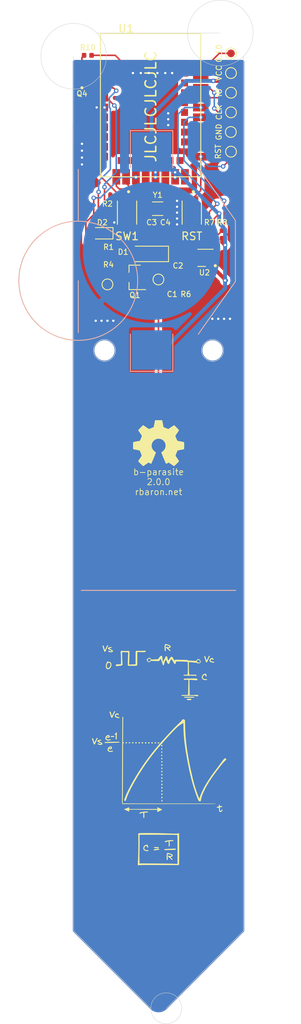
<source format=kicad_pcb>
(kicad_pcb (version 20171130) (host pcbnew "(5.1.4-0-10_14)")
  (title_block (title "b-parasite") (date "2023-03-19") (rev "2.0.0") (company "rbaron.net"))
  (layers (0 F.Cu signal) (31 B.Cu signal hide) (34 B.Paste user) (35 F.Paste user) (36 B.SilkS user) (37 F.SilkS user) (38 B.Mask user) (39 F.Mask user) (44 Edge.Cuts user))
  (net 0 "")
  (net 1 "GND")
  (net 2 "SENS_OUT")
  (net 3 "Net-(U1B-P0.00{slash}XL1)")
  (net 4 "Net-(U1B-P0.01{slash}XL2)")
  (net 5 "Net-(D2-A)")
  (net 6 "+3V0")
  (net 7 "CPARA")
  (net 8 "Net-(Q1-B)")
  (net 9 "PHOTO_V")
  (net 10 "PHOTO_OUT")
  (net 11 "PWM")
  (net 12 "LED")
  (net 13 "SDA")
  (net 14 "SCL")
  (net 15 "RST")
  (net 16 "BTN1")
  (net 17 "SWDIO")
  (net 18 "SWDCLK")
  (net 28 "0.10")
  (module "Capacitor_SMD:C_0402_1005Metric" (layer "F.Cu") (at 69.762 59.069 -90)
    (fp_text reference "C1" (at 1.674 0) (layer "F.SilkS") (effects (font (size 0.7 0.7) (thickness 0.12))))
    (fp_text value "1n")
    (pad "1" smd roundrect (at -0.485 0 270) (size 0.59 0.64) (layers "F.Cu" "F.Paste" "F.Mask") (net 2 "SENS_OUT"))
    (pad "2" smd roundrect (at 0.485 0 270) (size 0.59 0.64) (layers "F.Cu" "F.Paste" "F.Mask") (net 1 "GND"))
  )
  (module "Resistor_SMD:R_0402_1005Metric" (layer "F.Cu") (at 71.54 59.069 -90)
    (fp_text reference "R6" (at 1.674 0) (layer "F.SilkS") (effects (font (size 0.7 0.7) (thickness 0.12))))
    (fp_text value "1M")
    (pad "1" smd roundrect (at -0.485 0 270) (size 0.59 0.64) (layers "F.Cu" "F.Paste" "F.Mask") (net 2 "SENS_OUT"))
    (pad "2" smd roundrect (at 0.485 0 270) (size 0.59 0.64) (layers "F.Cu" "F.Paste" "F.Mask") (net 1 "GND"))
  )
  (module "Resistor_SMD:R_0402_1005Metric" (layer "F.Cu") (at 61.53 57.822 180)
    (fp_text reference "R4" (at 0.015 0.9) (layer "F.SilkS") (effects (font (size 0.7 0.7) (thickness 0.12))))
    (fp_text value "10k")
    (pad "1" smd roundrect (at -0.485 0 180) (size 0.59 0.64) (layers "F.Cu" "F.Paste" "F.Mask") (net 8 "Net-(Q1-B)"))
    (pad "2" smd roundrect (at 0.485 0 180) (size 0.59 0.64) (layers "F.Cu" "F.Paste" "F.Mask") (net 11 "PWM"))
  )
  (module "Package_TO_SOT_SMD:SOT-23" (layer "F.Cu") (at 64.936 58.568 180)
    (fp_text reference "Q1" (at 0 -2.302 180) (layer "F.SilkS") (effects (font (size 0.7 0.7) (thickness 0.12))))
    (fp_text value "MMBT3906")
    (pad "1" smd rect (at -1 -0.95 180) (size 0.9 0.8) (layers "F.Cu" "F.Paste" "F.Mask") (net 8 "Net-(Q1-B)"))
    (pad "2" smd rect (at -1 0.95 180) (size 0.9 0.8) (layers "F.Cu" "F.Paste" "F.Mask") (net 7 "CPARA"))
    (pad "3" smd rect (at 1 0 180) (size 0.9 0.8) (layers "F.Cu" "F.Paste" "F.Mask") (net 1 "GND"))
  )
  (module "Resistor_SMD:R_0402_1005Metric" (layer "F.Cu") (at 61.53 55.663)
    (fp_text reference "R1" (at 0 -1.016) (layer "F.SilkS") (effects (font (size 0.7 0.7) (thickness 0.12))))
    (fp_text value "10k")
    (pad "1" smd roundrect (at -0.485 0) (size 0.59 0.64) (layers "F.Cu" "F.Paste" "F.Mask") (net 11 "PWM"))
    (pad "2" smd roundrect (at 0.485 0) (size 0.59 0.64) (layers "F.Cu" "F.Paste" "F.Mask") (net 7 "CPARA"))
  )
  (module "TestPoint:TestPoint_Pad_D1.0mm" (layer "F.Cu") (at 77.382 34.708 -90)
    (fp_text reference "TP1" hide)
    (fp_text value "IO" (at 0 1.55 90) (layer "F.SilkS") (effects (font (size 0.7 0.7) (thickness 0.12))))
    (pad "1" smd circle (at 0 0 270) (size 1 1) (layers "F.Cu" "F.Mask") (net 17 "SWDIO"))
  )
  (module "TestPoint:TestPoint_Pad_D1.0mm" (layer "F.Cu") (at 77.382 37.248 -90)
    (fp_text reference "TP2" hide)
    (fp_text value "CLK" (at 0 1.55 90) (layer "F.SilkS") (effects (font (size 0.7 0.7) (thickness 0.12))))
    (pad "1" smd circle (at 0 0 270) (size 1 1) (layers "F.Cu" "F.Mask") (net 18 "SWDCLK"))
  )
  (module "TestPoint:TestPoint_Pad_D1.0mm" (layer "F.Cu") (at 67.984 58.838 180)
    (fp_text reference "TP5" hide)
    (fp_text value "CPARA" hide)
    (pad "1" smd circle (at 0 0 180) (size 1 1) (layers "F.Cu" "F.Mask") (net 7 "CPARA"))
  )
  (module "TestPoint:TestPoint_Pad_D1.0mm" (layer "F.Cu") (at 61.38 59.473 180)
    (fp_text reference "TP6" hide)
    (fp_text value "PWM" hide)
    (pad "1" smd circle (at 0 0 180) (size 1 1) (layers "F.Cu" "F.Mask") (net 11 "PWM"))
  )
  (module "Resistor_SMD:R_0402_1005Metric" (layer "F.Cu") (at 61.38 50.202 180)
    (fp_text reference "R2" (at 0 1.143 180) (layer "F.SilkS") (effects (font (size 0.7 0.7) (thickness 0.12))))
    (fp_text value "1k" hide)
    (pad "1" smd roundrect (at -0.485 0 180) (size 0.59 0.64) (layers "F.Cu" "F.Paste" "F.Mask") (net 5 "Net-(D2-A)"))
    (pad "2" smd roundrect (at 0.485 0 180) (size 0.59 0.64) (layers "F.Cu" "F.Paste" "F.Mask") (net 12 "LED"))
  )
  (module "Capacitor_SMD:C_0402_1005Metric" (layer "F.Cu") (at 70.524 55.432 90)
    (fp_text reference "C2" (at -1.628 0) (layer "F.SilkS") (effects (font (size 0.7 0.7) (thickness 0.12))))
    (fp_text value "100n")
    (pad "1" smd roundrect (at -0.485 0 90) (size 0.59 0.64) (layers "F.Cu" "F.Paste" "F.Mask") (net 6 "+3V0"))
    (pad "2" smd roundrect (at 0.485 0 90) (size 0.59 0.64) (layers "F.Cu" "F.Paste" "F.Mask") (net 1 "GND"))
  )
  (module "Crystal:Crystal_SMD_3215-2Pin_3.2x1.5mm" (layer "F.Cu") (at 67.8885 49.694)
    (fp_text reference "Y1" (at 0 -1.778) (layer "F.SilkS") (effects (font (size 0.7 0.7) (thickness 0.12))))
    (fp_text value "32.768kHz")
    (pad "1" smd rect (at 1.25 0) (size 1 1.8) (layers "F.Cu" "F.Paste" "F.Mask") (net 4 "Net-(U1B-P0.01{slash}XL2)"))
    (pad "2" smd rect (at -1.25 0) (size 1 1.8) (layers "F.Cu" "F.Paste" "F.Mask") (net 3 "Net-(U1B-P0.00{slash}XL1)"))
  )
  (module "LED_SMD:LED_0603_1608Metric" (layer "F.Cu") (at 60.618 52.869 180)
    (fp_text reference "D2" (at -0.1015 1.397 180) (layer "F.SilkS") (effects (font (size 0.7 0.7) (thickness 0.12))))
    (fp_text value "LED")
    (pad "1" smd roundrect (at -0.7875 0 180) (size 0.875 0.95) (layers "F.Cu" "F.Paste" "F.Mask") (net 1 "GND"))
    (pad "2" smd roundrect (at 0.7875 0 180) (size 0.875 0.95) (layers "F.Cu" "F.Paste" "F.Mask") (net 5 "Net-(D2-A)"))
  )
  (module "Capacitor_SMD:C_0402_1005Metric" (layer "F.Cu") (at 68.8845 53.019 -90)
    (fp_text reference "C4" (at -1.547 0) (layer "F.SilkS") (effects (font (size 0.7 0.7) (thickness 0.12))))
    (fp_text value "12p")
    (pad "1" smd roundrect (at -0.485 0 270) (size 0.59 0.64) (layers "F.Cu" "F.Paste" "F.Mask") (net 4 "Net-(U1B-P0.01{slash}XL2)"))
    (pad "2" smd roundrect (at 0.485 0 270) (size 0.59 0.64) (layers "F.Cu" "F.Paste" "F.Mask") (net 1 "GND"))
  )
  (module "Capacitor_SMD:C_0402_1005Metric" (layer "F.Cu") (at 67.1065 52.996 90)
    (fp_text reference "C3" (at 1.524 0) (layer "F.SilkS") (effects (font (size 0.7 0.7) (thickness 0.12))))
    (fp_text value "12p")
    (pad "1" smd roundrect (at -0.485 0 90) (size 0.59 0.64) (layers "F.Cu" "F.Paste" "F.Mask") (net 1 "GND"))
    (pad "2" smd roundrect (at 0.485 0 90) (size 0.59 0.64) (layers "F.Cu" "F.Paste" "F.Mask") (net 3 "Net-(U1B-P0.00{slash}XL1)"))
  )
  (module "Resistor_SMD:R_0402_1005Metric" (layer "F.Cu") (at 74.588 53.019 -90)
    (fp_text reference "R7" (at -1.547 0) (layer "F.SilkS") (effects (font (size 0.7 0.7) (thickness 0.12))))
    (fp_text value "10k")
    (pad "1" smd roundrect (at -0.485 0 270) (size 0.59 0.64) (layers "F.Cu" "F.Paste" "F.Mask") (net 13 "SDA"))
    (pad "2" smd roundrect (at 0.485 0 270) (size 0.59 0.64) (layers "F.Cu" "F.Paste" "F.Mask") (net 6 "+3V0"))
  )
  (module "Resistor_SMD:R_0402_1005Metric" (layer "F.Cu") (at 76.239 53.019 90)
    (fp_text reference "R8" (at 1.547 0) (layer "F.SilkS") (effects (font (size 0.7 0.7) (thickness 0.12))))
    (fp_text value "10k")
    (pad "1" smd roundrect (at -0.485 0 90) (size 0.59 0.64) (layers "F.Cu" "F.Paste" "F.Mask") (net 6 "+3V0"))
    (pad "2" smd roundrect (at 0.485 0 90) (size 0.59 0.64) (layers "F.Cu" "F.Paste" "F.Mask") (net 14 "SCL"))
  )
  (module "kicad:Sensirion_DFN-4-1EP_2x2mm_P1mm_EP0.7x1.6mm" (layer "F.Cu") (at 74.08 56.044 180)
    (fp_text reference "U2" (at 0.127 -1.905) (layer "F.SilkS") (effects (font (size 0.7 0.7) (thickness 0.12))))
    (fp_text value "SHTC3")
    (pad "1" smd roundrect (at -0.925 -0.5 180) (size 0.55 0.35) (layers "F.Cu" "F.Mask") (net 6 "+3V0"))
    (pad "2" smd roundrect (at -0.925 0.5 180) (size 0.55 0.35) (layers "F.Cu" "F.Mask") (net 14 "SCL"))
    (pad "3" smd roundrect (at 0.925 0.5 180) (size 0.55 0.35) (layers "F.Cu" "F.Mask") (net 13 "SDA"))
    (pad "4" smd roundrect (at 0.925 -0.5 180) (size 0.55 0.35) (layers "F.Cu" "F.Mask") (net 1 "GND"))
    (pad "5" smd roundrect (at 0 0 180) (size 0.7 1.6) (layers "F.Cu" "F.Mask"))
  )
  (module "Diode_SMD:D_MiniMELF" (layer "F.Cu") (at 66.742 55.536 180)
    (fp_text reference "D1" (at 3.33 0.254 180) (layer "F.SilkS") (effects (font (size 0.7 0.7) (thickness 0.12))))
    (fp_text value "LL4148")
    (pad "1" smd rect (at -1.75 0 180) (size 1.3 1.7) (layers "F.Cu" "F.Paste" "F.Mask") (net 2 "SENS_OUT"))
    (pad "2" smd rect (at 1.75 0 180) (size 1.3 1.7) (layers "F.Cu" "F.Paste" "F.Mask") (net 7 "CPARA"))
  )
  (module "Symbol:OSHW-Symbol_6.7x6mm_SilkScreen" (layer "F.Cu") (at 68 80)
    (fp_text reference "REF**" hide)
    (fp_text value "OSHW-Symbol_6.7x6mm_SilkScreen" hide)
  )
  (module "TestPoint:TestPoint_Pad_D1.0mm" (layer "F.Cu") (at 77.382 42.328 -90)
    (fp_text reference "TP4" hide)
    (fp_text value "RST" (at 0 1.66 90) (layer "F.SilkS") (effects (font (size 0.7 0.7) (thickness 0.12))))
    (pad "1" smd circle (at 0 0 270) (size 1 1) (layers "F.Cu" "F.Mask") (net 15 "RST"))
  )
  (module "snapeda:E73-2G4M08S1C" (layer "F.Cu") (at 66.968 36.57255)
    (fp_text reference "U1" (at -3.175 -10.16) (layer "F.SilkS"))
    (fp_text value "E73-2G4M08S1C")
    (pad "1" smd rect (at -6.5 -5.03) (size 2 1) (layers "F.Cu" "F.Paste" "F.Mask"))
    (pad "2" smd rect (at -6.5 -3.76) (size 2 1) (layers "F.Cu" "F.Paste" "F.Mask"))
    (pad "3" smd rect (at -6.5 -2.49) (size 2 1) (layers "F.Cu" "F.Paste" "F.Mask") (net 2 "SENS_OUT"))
    (pad "4" smd rect (at -6.5 -1.22) (size 2 1) (layers "F.Cu" "F.Paste" "F.Mask") (net 12 "LED"))
    (pad "5" smd rect (at -6.5 0.05) (size 2 1) (layers "F.Cu" "F.Paste" "F.Mask") (net 1 "GND"))
    (pad "6" smd rect (at -6.5 1.32) (size 2 1) (layers "F.Cu" "F.Paste" "F.Mask"))
    (pad "7" smd rect (at -6.5 2.59) (size 2 1) (layers "F.Cu" "F.Paste" "F.Mask") (net 10 "PHOTO_OUT"))
    (pad "8" smd rect (at -6.5 3.86) (size 2 1) (layers "F.Cu" "F.Paste" "F.Mask") (net 9 "PHOTO_V"))
    (pad "9" smd rect (at -6.5 5.13) (size 2 1) (layers "F.Cu" "F.Paste" "F.Mask"))
    (pad "10" smd rect (at -6.5 6.4) (size 2 1) (layers "F.Cu" "F.Paste" "F.Mask") (net 16 "BTN1"))
    (pad "11" smd rect (at -4.44 9) (size 1 2) (layers "F.Cu" "F.Paste" "F.Mask") (net 3 "Net-(U1B-P0.00{slash}XL1)"))
    (pad "12" smd rect (at -3.81 6.9) (size 0.9 0.9) (layers "F.Cu" "F.Paste" "F.Mask"))
    (pad "13" smd rect (at -3.17 9) (size 1 2) (layers "F.Cu" "F.Paste" "F.Mask") (net 4 "Net-(U1B-P0.01{slash}XL2)"))
    (pad "14" smd rect (at -2.54 6.9) (size 0.9 0.9) (layers "F.Cu" "F.Paste" "F.Mask"))
    (pad "15" smd rect (at -1.9 9) (size 1 2) (layers "F.Cu" "F.Paste" "F.Mask") (net 11 "PWM"))
    (pad "16" smd rect (at -1.27 6.9) (size 0.9 0.9) (layers "F.Cu" "F.Paste" "F.Mask"))
    (pad "17" smd rect (at -0.63 9) (size 1 2) (layers "F.Cu" "F.Paste" "F.Mask"))
    (pad "18" smd rect (at 0 6.9) (size 0.9 0.9) (layers "F.Cu" "F.Paste" "F.Mask"))
    (pad "19" smd rect (at 0.64 9) (size 1 2) (layers "F.Cu" "F.Paste" "F.Mask") (net 6 "+3V0"))
    (pad "20" smd rect (at 1.27 6.9) (size 0.9 0.9) (layers "F.Cu" "F.Paste" "F.Mask"))
    (pad "21" smd rect (at 1.91 9) (size 1 2) (layers "F.Cu" "F.Paste" "F.Mask") (net 1 "GND"))
    (pad "22" smd rect (at 2.54 6.9) (size 0.9 0.9) (layers "F.Cu" "F.Paste" "F.Mask"))
    (pad "23" smd rect (at 3.18 9) (size 1 2) (layers "F.Cu" "F.Paste" "F.Mask") (net 6 "+3V0"))
    (pad "24" smd rect (at 3.81 6.9) (size 0.9 0.9) (layers "F.Cu" "F.Paste" "F.Mask"))
    (pad "25" smd rect (at 4.45 9) (size 1 2) (layers "F.Cu" "F.Paste" "F.Mask"))
    (pad "26" smd rect (at 6.5 6.4) (size 2 1) (layers "F.Cu" "F.Paste" "F.Mask") (net 15 "RST"))
    (pad "27" smd rect (at 6.5 5.13) (size 2 1) (layers "F.Cu" "F.Paste" "F.Mask"))
    (pad "28" smd rect (at 4.4 4.495) (size 0.9 0.9) (layers "F.Cu" "F.Paste" "F.Mask"))
    (pad "29" smd rect (at 6.5 3.86) (size 2 1) (layers "F.Cu" "F.Paste" "F.Mask"))
    (pad "30" smd rect (at 4.4 3.225) (size 0.9 0.9) (layers "F.Cu" "F.Paste" "F.Mask"))
    (pad "31" smd rect (at 6.5 2.59) (size 2 1) (layers "F.Cu" "F.Paste" "F.Mask"))
    (pad "32" smd rect (at 4.4 1.955) (size 0.9 0.9) (layers "F.Cu" "F.Paste" "F.Mask"))
    (pad "33" smd rect (at 6.5 1.32) (size 2 1) (layers "F.Cu" "F.Paste" "F.Mask") (net 14 "SCL"))
    (pad "34" smd rect (at 4.4 0.685) (size 0.9 0.9) (layers "F.Cu" "F.Paste" "F.Mask"))
    (pad "35" smd rect (at 6.5 0.05) (size 2 1) (layers "F.Cu" "F.Paste" "F.Mask") (net 13 "SDA"))
    (pad "36" smd rect (at 4.4 -0.585) (size 0.9 0.9) (layers "F.Cu" "F.Paste" "F.Mask"))
    (pad "37" smd rect (at 6.5 -1.22) (size 2 1) (layers "F.Cu" "F.Paste" "F.Mask") (net 17 "SWDIO"))
    (pad "38" smd rect (at 4.4 -1.855) (size 0.9 0.9) (layers "F.Cu" "F.Paste" "F.Mask"))
    (pad "39" smd rect (at 6.5 -2.49) (size 2 1) (layers "F.Cu" "F.Paste" "F.Mask") (net 18 "SWDCLK"))
    (pad "40" smd rect (at 4.4 -3.125) (size 0.9 0.9) (layers "F.Cu" "F.Paste" "F.Mask"))
    (pad "41" smd rect (at 6.5 -3.76) (size 2 1) (layers "F.Cu" "F.Paste" "F.Mask"))
    (pad "42" smd rect (at 4.4 -4.395) (size 0.9 0.9) (layers "F.Cu" "F.Paste" "F.Mask"))
    (pad "43" smd rect (at 6.5 -5.03) (size 2 1) (layers "F.Cu" "F.Paste" "F.Mask") (net 28 "0.10"))
  )
  (module "Resistor_SMD:R_0402_1005Metric" (layer "F.Cu") (at 58.84 29.882 180)
    (fp_text reference "R10" (at 0 1.016) (layer "F.SilkS") (effects (font (size 0.7 0.7) (thickness 0.12))))
    (fp_text value "470")
    (pad "1" smd roundrect (at -0.485 0 180) (size 0.59 0.64) (layers "F.Cu" "F.Paste" "F.Mask") (net 1 "GND"))
    (pad "2" smd roundrect (at 0.485 0 180) (size 0.59 0.64) (layers "F.Cu" "F.Paste" "F.Mask") (net 10 "PHOTO_OUT"))
  )
  (module "snapeda:TR8" (layer "F.Cu") (at 58.078 32.676 90)
    (fp_text reference "Q4" (at -2.159 0 180) (layer "F.SilkS") (effects (font (size 0.7 0.7) (thickness 0.12))))
    (fp_text value "Q_Photo_NPN")
    (pad "1" smd rect (at -0.75 0 90) (size 0.8 0.8) (layers "F.Cu" "F.Paste" "F.Mask") (net 9 "PHOTO_V"))
    (pad "2" smd rect (at 0.75 0 90) (size 0.8 0.8) (layers "F.Cu" "F.Paste" "F.Mask") (net 10 "PHOTO_OUT"))
  )
  (module "TestPoint:TestPoint_Pad_D1.0mm" (layer "F.Cu") (at 77.382 32.168 -90)
    (fp_text reference "TP7" hide)
    (fp_text value "VCC" (at 0 1.55 90) (layer "F.SilkS") (effects (font (size 0.7 0.7) (thickness 0.12))))
    (pad "1" smd circle (at 0 0 270) (size 1 1) (layers "F.Cu" "F.Mask") (net 6 "+3V0"))
  )
  (module "snapeda:SW_B3U-1000P" (layer "F.Cu") (at 72.302 50.202 -90)
    (fp_text reference "RST1" hide)
    (fp_text value "B3U-1000P")
    (fp_text user "RST" (at 3.048 0 unlocked) (layer "F.SilkS"))
    (pad "1" smd rect (at -1.7 0) (size 1.7 0.8) (layers "F.Cu" "F.Paste" "F.Mask") (net 15 "RST"))
    (pad "2" smd rect (at 1.7 0) (size 1.7 0.8) (layers "F.Cu" "F.Paste" "F.Mask") (net 1 "GND"))
  )
  (module "b-parasite:circuit_drawing" (layer "F.Cu") (at 67.984 120.052)
    (fp_text reference "G***" hide)
    (fp_text value "LOGO" hide)
  )
  (module "snapeda:SW_B3U-1000P" (layer "F.Cu") (at 63.92 50.202 -90)
    (fp_text reference "SW1" (at 3.048 0) (layer "F.SilkS"))
    (fp_text value "B3U-1000P")
    (pad "1" smd rect (at -1.7 0) (size 1.7 0.8) (layers "F.Cu" "F.Paste" "F.Mask") (net 16 "BTN1"))
    (pad "2" smd rect (at 1.7 0) (size 1.7 0.8) (layers "F.Cu" "F.Paste" "F.Mask") (net 1 "GND"))
  )
  (module "TestPoint:TestPoint_Pad_D1.0mm" (layer "F.Cu") (at 77.382 29.628 -90)
    (fp_text reference "TP8" hide)
    (fp_text value "0.10" (at 0 1.55 90) (layer "F.SilkS") (effects (font (size 0.7 0.7) (thickness 0.12))))
    (pad "1" smd circle (at 0 0 270) (size 1 1) (layers "F.Cu" "F.Mask") (net 28 "0.10"))
  )
  (module "TestPoint:TestPoint_Pad_D1.0mm" (layer "F.Cu") (at 77.362 39.788 -90)
    (fp_text reference "TP3" hide)
    (fp_text value "GND" (at 0 1.55 90) (layer "F.SilkS") (effects (font (size 0.7 0.7) (thickness 0.12))))
    (pad "1" smd circle (at 0 0 270) (size 1 1) (layers "F.Cu" "F.Mask") (net 1 "GND"))
  )
  (module "kicad:BatteryHolder_Keystone_3002_1x2032" (layer "B.Cu") (at 67.1 55.155 -90)
    (fp_text reference "BT1" hide)
    (fp_text value "Battery_Cell")
    (pad "1" smd rect (at -12.8 0 270) (size 5.1 5.1) (layers "B.Cu" "B.Paste" "B.Mask") (net 6 "+3V0"))
    (pad "1" smd rect (at 12.8 0 270) (size 5.1 5.1) (layers "B.Cu" "B.Paste" "B.Mask") (net 6 "+3V0"))
    (pad "2" smd circle (at 0 0 270) (size 17.8 17.8) (layers "B.Cu" "B.Mask") (net 1 "GND"))
  )
  (gr_line (start 58 99) (end 78 99) (width 0.12) (layer "B.SilkS"))
  (gr_line (start 58 99) (end 78 99) (width 0.12) (layer "F.SilkS"))
  (gr_line (start 60 27) (end 76 27) (width 0.05) (layer "Edge.Cuts"))
  (gr_line (start 67.000001 152.999999) (end 57 143) (width 0.05) (layer "Edge.Cuts"))
  (gr_line (start 68.999999 152.999999) (end 79 143) (width 0.05) (layer "Edge.Cuts"))
  (gr_line (start 57 30) (end 57 143) (width 0.05) (layer "Edge.Cuts"))
  (gr_line (start 79 143) (end 79 30) (width 0.05) (layer "Edge.Cuts"))
  (gr_circle (center 75.35 57.06) (end 75.45 57.06) (width 0.2) (layer "F.SilkS"))
  (gr_circle (center 75 68) (end 76 69) (width 0.05) (layer "Edge.Cuts"))
  (gr_circle (center 61 68) (end 62 67) (width 0.05) (layer "Edge.Cuts"))
  (gr_arc (start 68.999999 152.999999) (end 67.000001 152.999999) (angle 0) (width 0.05) (layer "Edge.Cuts"))
  (gr_arc (start 57 30) (end 60 27) (angle 0) (width 0.05) (layer "Edge.Cuts"))
  (gr_arc (start 76 27) (end 79 30) (angle 0) (width 0.05) (layer "Edge.Cuts"))
  (gr_text "b-parasite\n2.0.0\nrbaron.net" (at 68 85) (layer "F.SilkS") (effects (font (size 0.8 0.8) (thickness 0.1))))
  (gr_text "JLCJLCJLCJLC" (at 67 36.5 90) (layer "F.SilkS") (effects (font (size 1.4 1.4) (thickness 0.2))))
  (segment (start 70.397 48.220572) (end 70.397 48.678) (width 0.5) (layer "F.Cu") (net 1))
  (segment (start 73.155 56.544) (end 72.421 56.544) (width 0.5) (layer "F.Cu") (net 1))
  (segment (start 63.92 51.902) (end 63.92 53.481) (width 0.5) (layer "F.Cu") (net 1))
  (segment (start 62.673 53.481) (end 63.92 53.481) (width 0.5) (layer "F.Cu") (net 1))
  (segment (start 67.1065 53.481) (end 68.8615 53.481) (width 0.5) (layer "F.Cu") (net 1))
  (segment (start 72.421 56.544) (end 70.905 55.028) (width 0.5) (layer "F.Cu") (net 1))
  (segment (start 62.061 52.869) (end 61.4055 52.869) (width 0.5) (layer "F.Cu") (net 1))
  (segment (start 68.878 45.57255) (end 68.878 46.701572) (width 0.5) (layer "F.Cu") (net 1))
  (segment (start 63.92 53.481) (end 67.1065 53.481) (width 0.5) (layer "F.Cu") (net 1))
  (segment (start 62.673 53.481) (end 62.061 52.869) (width 0.5) (layer "F.Cu") (net 1))
  (segment (start 68.878 46.701572) (end 70.397 48.220572) (width 0.5) (layer "F.Cu") (net 1))
  (segment (start 59.325 29.882) (end 62.396 29.882) (width 0.2) (layer "F.Cu") (net 1))
  (segment (start 62.396 29.882) (end 64.682 32.168) (width 0.2) (layer "F.Cu") (net 1))
  (segment (start 68.492 57.314) (end 69.762 58.584) (width 0.2) (layer "F.Cu") (net 2))
  (segment (start 60.202 47.57) (end 60.237 47.535) (width 0.2) (layer "F.Cu") (net 2))
  (segment (start 68.492 55.536) (end 66.968 55.536) (width 0.2) (layer "F.Cu") (net 2))
  (segment (start 65.53052 54.09852) (end 59.43452 54.09852) (width 0.2) (layer "F.Cu") (net 2))
  (segment (start 68.492 55.536) (end 68.492 57.314) (width 0.2) (layer "F.Cu") (net 2))
  (segment (start 58.986 53.65) (end 58.986 51.834) (width 0.2) (layer "F.Cu") (net 2))
  (segment (start 58.986 51.834) (end 60.202 50.618) (width 0.2) (layer "F.Cu") (net 2))
  (segment (start 60.237 47.535) (end 60.364 47.662) (width 0.2) (layer "F.Cu") (net 2))
  (segment (start 66.968 55.536) (end 65.53052 54.09852) (width 0.2) (layer "F.Cu") (net 2))
  (segment (start 62.15155 34.08255) (end 60.468 34.08255) (width 0.2) (layer "F.Cu") (net 2))
  (segment (start 60.202 50.618) (end 60.202 47.57) (width 0.2) (layer "F.Cu") (net 2))
  (segment (start 69.762 58.584) (end 71.286 58.584) (width 0.2) (layer "F.Cu") (net 2))
  (segment (start 59.43452 54.09852) (end 58.986 53.65) (width 0.2) (layer "F.Cu") (net 2))
  (segment (start 62.523 34.454) (end 62.15155 34.08255) (width 0.2) (layer "F.Cu") (net 2))
  (segment (start 61.634 36.613) (end 61.634 35.343) (width 0.2) (layer "B.Cu") (net 2))
  (segment (start 61.761 44.614) (end 61.761 36.74) (width 0.2) (layer "B.Cu") (net 2))
  (segment (start 60.237 46.138) (end 61.761 44.614) (width 0.2) (layer "B.Cu") (net 2))
  (segment (start 61.634 35.343) (end 62.523 34.454) (width 0.2) (layer "B.Cu") (net 2))
  (segment (start 61.761 36.74) (end 61.634 36.613) (width 0.2) (layer "B.Cu") (net 2))
  (segment (start 60.237 47.535) (end 60.237 46.138) (width 0.2) (layer "B.Cu") (net 2))
  (segment (start 65.698 47.554) (end 66.6385 48.4945) (width 0.2) (layer "F.Cu") (net 3))
  (segment (start 63.983764 47.154) (end 64.383765 47.554) (width 0.2) (layer "F.Cu") (net 3))
  (segment (start 64.383765 47.554) (end 65.698 47.554) (width 0.2) (layer "F.Cu") (net 3))
  (segment (start 62.528 46.77255) (end 62.90945 47.154) (width 0.2) (layer "F.Cu") (net 3))
  (segment (start 62.528 45.57255) (end 62.528 46.77255) (width 0.2) (layer "F.Cu") (net 3))
  (segment (start 66.6385 52.043) (end 67.1065 52.511) (width 0.2) (layer "F.Cu") (net 3))
  (segment (start 66.6385 48.4945) (end 66.6385 49.694) (width 0.2) (layer "F.Cu") (net 3))
  (segment (start 66.6385 49.694) (end 66.6385 52.043) (width 0.2) (layer "F.Cu") (net 3))
  (segment (start 62.90945 47.154) (end 63.983764 47.154) (width 0.2) (layer "F.Cu") (net 3))
  (segment (start 64.54945 47.154) (end 67.709685 47.154) (width 0.2) (layer "F.Cu") (net 4))
  (segment (start 63.798 45.57255) (end 63.798 46.40255) (width 0.2) (layer "F.Cu") (net 4))
  (segment (start 69.1385 49.694) (end 69.1385 52.28) (width 0.2) (layer "F.Cu") (net 4))
  (segment (start 69.1385 48.582815) (end 69.1385 49.694) (width 0.2) (layer "F.Cu") (net 4))
  (segment (start 68.8845 52.534) (end 69.1385 52.28) (width 0.2) (layer "F.Cu") (net 4))
  (segment (start 67.709685 47.154) (end 69.1385 48.582815) (width 0.2) (layer "F.Cu") (net 4))
  (segment (start 63.798 46.40255) (end 64.54945 47.154) (width 0.2) (layer "F.Cu") (net 4))
  (segment (start 59.8305 52.869) (end 59.8305 52.2365) (width 0.2) (layer "F.Cu") (net 5))
  (segment (start 59.8305 52.2365) (end 61.865 50.202) (width 0.2) (layer "F.Cu") (net 5))
  (segment (start 75.35 57.568) (end 75.096 57.568) (width 0.5) (layer "F.Cu") (net 6))
  (segment (start 74.588 53.504) (end 75.20752 52.88448) (width 0.2) (layer "F.Cu") (net 6))
  (segment (start 71.794 57.187) (end 71.794 57.568) (width 0.5) (layer "F.Cu") (net 6))
  (segment (start 71.794 57.568) (end 74.239204 57.568) (width 0.5) (layer "F.Cu") (net 6))
  (segment (start 75.096 57.568) (end 75.096 56.635) (width 0.5) (layer "F.Cu") (net 6))
  (segment (start 67.603 44.37755) (end 67.603 44.995) (width 0.2) (layer "F.Cu") (net 6))
  (segment (start 70.148 44.37255) (end 70.048489 44.273039) (width 0.2) (layer "F.Cu") (net 6))
  (segment (start 70.148 45.57255) (end 70.148 44.37255) (width 0.2) (layer "F.Cu") (net 6))
  (segment (start 76.239 54.012) (end 76.62 54.393) (width 0.5) (layer "F.Cu") (net 6))
  (segment (start 75.20752 52.88448) (end 75.20752 50.97948) (width 0.2) (layer "F.Cu") (net 6))
  (segment (start 76.747 58.965) (end 75.35 57.568) (width 0.5) (layer "F.Cu") (net 6))
  (segment (start 76.366 33.184) (end 77.382 32.168) (width 0.5) (layer "F.Cu") (net 6))
  (segment (start 75.096 57.568) (end 74.239204 57.568) (width 0.5) (layer "F.Cu") (net 6))
  (segment (start 70.524 55.917) (end 71.794 57.187) (width 0.5) (layer "F.Cu") (net 6))
  (segment (start 70.048489 44.273039) (end 67.707511 44.273039) (width 0.2) (layer "F.Cu") (net 6))
  (segment (start 75.20752 50.97948) (end 75.858 50.329) (width 0.2) (layer "F.Cu") (net 6))
  (segment (start 67.707511 44.273039) (end 67.603 44.37755) (width 0.2) (layer "F.Cu") (net 6))
  (segment (start 76.239 53.504) (end 76.239 54.012) (width 0.5) (layer "F.Cu") (net 6))
  (segment (start 76.62 58.965) (end 76.747 58.965) (width 0.5) (layer "F.Cu") (net 6))
  (segment (start 75.096 33.184) (end 76.366 33.184) (width 0.5) (layer "F.Cu") (net 6))
  (segment (start 76.62 52.361) (end 76.62 53.631) (width 0.5) (layer "B.Cu") (net 6))
  (segment (start 67.522206 42.1) (end 70.216603 44.794397) (width 0.5) (layer "B.Cu") (net 6))
  (segment (start 70.143 45.57755) (end 70.148 45.57255) (width 0.5) (layer "B.Cu") (net 6))
  (segment (start 76.62 59.981) (end 76.62 58.965) (width 0.5) (layer "B.Cu") (net 6))
  (segment (start 70.216603 44.794397) (end 75.751206 50.329) (width 0.5) (layer "B.Cu") (net 6))
  (segment (start 70.148 45.148) (end 67.1 42.1) (width 0.5) (layer "B.Cu") (net 6))
  (segment (start 72.048 64.553) (end 76.62 59.981) (width 0.5) (layer "B.Cu") (net 6))
  (segment (start 67.1 42.1) (end 67.522206 42.1) (width 0.5) (layer "B.Cu") (net 6))
  (segment (start 71.54 33.184) (end 75.096 33.184) (width 0.5) (layer "B.Cu") (net 6))
  (segment (start 67.1 42.1) (end 67.1 37.624) (width 0.5) (layer "B.Cu") (net 6))
  (segment (start 67.603 44.995) (end 67.603 42.603) (width 0.5) (layer "B.Cu") (net 6))
  (segment (start 76.62 53.631) (end 76.62 58.965) (width 0.5) (layer "B.Cu") (net 6))
  (segment (start 68.901 67.7) (end 72.048 64.553) (width 0.5) (layer "B.Cu") (net 6))
  (segment (start 75.751206 50.329) (end 75.858 50.329) (width 0.5) (layer "B.Cu") (net 6))
  (segment (start 67.603 45.63) (end 67.603 44.995) (width 0.5) (layer "B.Cu") (net 6))
  (segment (start 70.148 45.57255) (end 70.148 45.148) (width 0.5) (layer "B.Cu") (net 6))
  (segment (start 67.603 42.603) (end 67.1 42.1) (width 0.5) (layer "B.Cu") (net 6))
  (segment (start 75.858 50.329) (end 75.858 51.599) (width 0.5) (layer "B.Cu") (net 6))
  (segment (start 75.858 51.599) (end 76.62 52.361) (width 0.5) (layer "B.Cu") (net 6))
  (segment (start 67.1 37.624) (end 71.54 33.184) (width 0.5) (layer "B.Cu") (net 6))
  (segment (start 64.992 56.674) (end 65.936 57.618) (width 0.2) (layer "F.Cu") (net 7))
  (segment (start 62.65 85.381) (end 67.984 90.715) (width 0.2) (layer "F.Cu") (net 7))
  (segment (start 67.984 101.984) (end 68 102) (width 0.2) (layer "F.Cu") (net 7))
  (segment (start 68 102) (end 68 142) (width 10) (layer "F.Cu") (net 7))
  (segment (start 67.984 58.838) (end 67.984 74.078) (width 0.2) (layer "F.Cu") (net 7))
  (segment (start 62.015 55.663) (end 62.142 55.536) (width 0.2) (layer "F.Cu") (net 7))
  (segment (start 67.984 90.715) (end 67.984 101.984) (width 0.2) (layer "F.Cu") (net 7))
  (segment (start 62.142 55.536) (end 64.992 55.536) (width 0.2) (layer "F.Cu") (net 7))
  (segment (start 64.992 55.536) (end 64.992 56.674) (width 0.2) (layer "F.Cu") (net 7))
  (segment (start 62.65 79.412) (end 62.65 85.381) (width 0.2) (layer "F.Cu") (net 7))
  (segment (start 66.764 57.618) (end 67.984 58.838) (width 0.2) (layer "F.Cu") (net 7))
  (segment (start 67.984 74.078) (end 62.65 79.412) (width 0.2) (layer "F.Cu") (net 7))
  (segment (start 65.936 57.618) (end 66.764 57.618) (width 0.2) (layer "F.Cu") (net 7))
  (segment (start 64.174 57.356) (end 64.174 57.314) (width 0.2) (layer "F.Cu") (net 8))
  (segment (start 62.523 57.314) (end 62.015 57.822) (width 0.2) (layer "F.Cu") (net 8))
  (segment (start 65.936 59.518) (end 65.936 59.118) (width 0.2) (layer "F.Cu") (net 8))
  (segment (start 65.936 59.118) (end 64.174 57.356) (width 0.2) (layer "F.Cu") (net 8))
  (segment (start 64.174 57.314) (end 62.523 57.314) (width 0.2) (layer "F.Cu") (net 8))
  (segment (start 58.677511 39.244511) (end 57.951 38.518) (width 0.2) (layer "F.Cu") (net 9))
  (segment (start 57.697 38.264) (end 57.697 33.565) (width 0.2) (layer "F.Cu") (net 9))
  (segment (start 59.268 40.43255) (end 58.677511 39.842061) (width 0.2) (layer "F.Cu") (net 9))
  (segment (start 58.677511 39.842061) (end 58.677511 39.244511) (width 0.2) (layer "F.Cu") (net 9))
  (segment (start 60.468 40.43255) (end 59.268 40.43255) (width 0.2) (layer "F.Cu") (net 9))
  (segment (start 57.951 38.518) (end 57.697 38.264) (width 0.2) (layer "F.Cu") (net 9))
  (segment (start 58.078 31.926) (end 58.078 30.159) (width 0.2) (layer "F.Cu") (net 10))
  (segment (start 58.332 34.708) (end 58.777511 34.262489) (width 0.2) (layer "F.Cu") (net 10))
  (segment (start 58.777511 34.262489) (end 58.777511 32.625511) (width 0.2) (layer "F.Cu") (net 10))
  (segment (start 58.777511 32.625511) (end 58.078 31.926) (width 0.2) (layer "F.Cu") (net 10))
  (segment (start 60.468 39.16255) (end 59.268 39.16255) (width 0.2) (layer "F.Cu") (net 10))
  (segment (start 58.332 38.22655) (end 58.332 34.708) (width 0.2) (layer "F.Cu") (net 10))
  (segment (start 59.268 39.16255) (end 58.332 38.22655) (width 0.2) (layer "F.Cu") (net 10))
  (segment (start 58.078 30.159) (end 58.355 29.882) (width 0.2) (layer "F.Cu") (net 10))
  (segment (start 59.729 48.424) (end 59.602 48.297) (width 0.2) (layer "F.Cu") (net 11))
  (segment (start 61.38 59.473) (end 60.872 58.965) (width 0.2) (layer "F.Cu") (net 11))
  (segment (start 59.602 50.456) (end 59.602 48.297) (width 0.2) (layer "F.Cu") (net 11))
  (segment (start 61.045 57.822) (end 61.045 55.663) (width 0.2) (layer "F.Cu") (net 11))
  (segment (start 58.586 54.012) (end 58.586 51.472) (width 0.2) (layer "F.Cu") (net 11))
  (segment (start 61.045 55.663) (end 60.237 55.663) (width 0.2) (layer "F.Cu") (net 11))
  (segment (start 58.586 51.472) (end 59.602 50.456) (width 0.2) (layer "F.Cu") (net 11))
  (segment (start 60.872 58.965) (end 60.872 57.995) (width 0.2) (layer "F.Cu") (net 11))
  (segment (start 60.237 55.663) (end 58.586 54.012) (width 0.2) (layer "F.Cu") (net 11))
  (segment (start 60.872 57.995) (end 61.045 57.822) (width 0.2) (layer "F.Cu") (net 11))
  (segment (start 63.116838 45.63) (end 65.063 45.63) (width 0.2) (layer "B.Cu") (net 11))
  (segment (start 60.449838 48.297) (end 63.116838 45.63) (width 0.2) (layer "B.Cu") (net 11))
  (segment (start 59.602 48.297) (end 60.449838 48.297) (width 0.2) (layer "B.Cu") (net 11))
  (segment (start 61.26255 35.35255) (end 62.269 36.359) (width 0.2) (layer "F.Cu") (net 12))
  (segment (start 61.022 46.923) (end 60.999 46.9) (width 0.2) (layer "F.Cu") (net 12))
  (segment (start 60.999 46.9) (end 60.999 50.098) (width 0.2) (layer "F.Cu") (net 12))
  (segment (start 60.999 50.098) (end 60.895 50.202) (width 0.2) (layer "F.Cu") (net 12))
  (segment (start 60.468 35.35255) (end 61.26255 35.35255) (width 0.2) (layer "F.Cu") (net 12))
  (segment (start 60.999 46.519) (end 62.523 44.995) (width 0.2) (layer "B.Cu") (net 12))
  (segment (start 60.999 46.9) (end 60.999 46.519) (width 0.2) (layer "B.Cu") (net 12))
  (segment (start 62.523 36.613) (end 62.269 36.359) (width 0.2) (layer "B.Cu") (net 12))
  (segment (start 62.523 44.995) (end 62.523 36.613) (width 0.2) (layer "B.Cu") (net 12))
  (segment (start 73.155 53.967) (end 73.155 55.544) (width 0.2) (layer "F.Cu") (net 13))
  (segment (start 74.588 50.075) (end 75.604 49.059) (width 0.2) (layer "F.Cu") (net 13))
  (segment (start 74.588 52.534) (end 74.588 50.075) (width 0.2) (layer "F.Cu") (net 13))
  (segment (start 74.588 52.534) (end 73.155 53.967) (width 0.2) (layer "F.Cu") (net 13))
  (segment (start 70.524 37.502) (end 71.40345 36.62255) (width 0.2) (layer "B.Cu") (net 13))
  (segment (start 71.40345 36.62255) (end 73.468 36.62255) (width 0.2) (layer "B.Cu") (net 13))
  (segment (start 75.604 49.059) (end 70.524 43.979) (width 0.2) (layer "B.Cu") (net 13))
  (segment (start 70.524 43.979) (end 70.524 37.502) (width 0.2) (layer "B.Cu") (net 13))
  (segment (start 76.239 52.534) (end 76.493 52.28) (width 0.2) (layer "F.Cu") (net 14))
  (segment (start 75.61948 53.15352) (end 75.61948 54.92952) (width 0.2) (layer "F.Cu") (net 14))
  (segment (start 76.239 52.534) (end 75.61948 53.15352) (width 0.2) (layer "F.Cu") (net 14))
  (segment (start 75.61948 54.92952) (end 75.005 55.544) (width 0.2) (layer "F.Cu") (net 14))
  (segment (start 76.493 52.28) (end 76.493 48.678) (width 0.2) (layer "F.Cu") (net 14))
  (segment (start 71.286 43.471) (end 71.286 38.518) (width 0.2) (layer "B.Cu") (net 14))
  (segment (start 71.286 38.518) (end 71.91145 37.89255) (width 0.2) (layer "B.Cu") (net 14))
  (segment (start 76.493 48.678) (end 71.286 43.471) (width 0.2) (layer "B.Cu") (net 14))
  (segment (start 71.91145 37.89255) (end 73.468 37.89255) (width 0.2) (layer "B.Cu") (net 14))
  (segment (start 77.382 42.328) (end 77.382 43.217) (width 0.2) (layer "F.Cu") (net 15))
  (segment (start 77.382 43.217) (end 76.366 44.233) (width 0.2) (layer "F.Cu") (net 15))
  (segment (start 73.468 47.336) (end 72.302 48.502) (width 0.2) (layer "F.Cu") (net 15))
  (segment (start 73.468 42.97255) (end 73.468 47.336) (width 0.2) (layer "F.Cu") (net 15))
  (segment (start 74.461 44.233) (end 76.366 44.233) (width 0.2) (layer "B.Cu") (net 15))
  (segment (start 73.468 43.24) (end 74.461 44.233) (width 0.2) (layer "B.Cu") (net 15))
  (segment (start 73.468 42.97255) (end 73.468 43.24) (width 0.2) (layer "B.Cu") (net 15))
  (segment (start 63.47 48.502) (end 60.468 45.5) (width 0.2) (layer "F.Cu") (net 16))
  (segment (start 63.92 48.502) (end 63.47 48.502) (width 0.2) (layer "F.Cu") (net 16))
  (segment (start 60.468 45.5) (end 60.468 42.97255) (width 0.2) (layer "F.Cu") (net 16))
  (segment (start 76.73745 35.35255) (end 73.468 35.35255) (width 0.2) (layer "F.Cu") (net 17))
  (segment (start 77.382 34.708) (end 76.73745 35.35255) (width 0.2) (layer "F.Cu") (net 17))
  (segment (start 74.59755 34.08255) (end 73.468 34.08255) (width 0.2) (layer "F.Cu") (net 18))
  (segment (start 75.223 34.708) (end 74.59755 34.08255) (width 0.2) (layer "F.Cu") (net 18))
  (segment (start 75.731 37.248) (end 75.223 36.74) (width 0.2) (layer "F.Cu") (net 18))
  (segment (start 77.382 37.248) (end 75.731 37.248) (width 0.2) (layer "F.Cu") (net 18))
  (segment (start 75.223 36.74) (end 75.223 34.708) (width 0.2) (layer "B.Cu") (net 18))
  (segment (start 73.94345 31.54255) (end 75.858 29.628) (width 0.2) (layer "F.Cu") (net 28))
  (segment (start 73.468 31.54255) (end 73.94345 31.54255) (width 0.2) (layer "F.Cu") (net 28))
  (segment (start 75.858 29.628) (end 77.382 29.628) (width 0.2) (layer "F.Cu") (net 28))
  (via (at 60.999 36.613) (size 0.6) (drill 0.3) (layers "F.Cu" "B.Cu") (net 1))
  (via (at 74.969 63.918) (size 0.6) (drill 0.3) (layers "F.Cu" "B.Cu") (net 1))
  (via (at 75.731 63.918) (size 0.6) (drill 0.3) (layers "F.Cu" "B.Cu") (net 1))
  (via (at 60.618 64.172) (size 0.6) (drill 0.3) (layers "F.Cu" "B.Cu") (net 1))
  (via (at 58.078 42.201) (size 0.6) (drill 0.3) (layers "F.Cu" "B.Cu") (net 1))
  (via (at 77.255 63.918) (size 0.6) (drill 0.3) (layers "F.Cu" "B.Cu") (net 1))
  (via (at 64.682 32.168) (size 0.6) (drill 0.3) (layers "F.Cu" "B.Cu") (net 1))
  (via (at 62.269 51.472) (size 0.6) (drill 0.3) (layers "F.Cu" "B.Cu") (net 1))
  (via (at 58.078 43.979) (size 0.6) (drill 0.3) (layers "F.Cu" "B.Cu") (net 1))
  (via (at 70.397 51.726) (size 0.6) (drill 0.3) (layers "F.Cu" "B.Cu") (net 1))
  (via (at 59.983 36.613) (size 0.6) (drill 0.3) (layers "F.Cu" "B.Cu") (net 1))
  (via (at 69.254 38.899) (size 0.6) (drill 0.3) (layers "F.Cu" "B.Cu") (net 1))
  (via (at 76.493 63.918) (size 0.6) (drill 0.3) (layers "F.Cu" "B.Cu") (net 1))
  (via (at 58.078 41.312) (size 0.6) (drill 0.3) (layers "F.Cu" "B.Cu") (net 1))
  (via (at 59.856 64.172) (size 0.6) (drill 0.3) (layers "F.Cu" "B.Cu") (net 1))
  (via (at 70.397 48.678) (size 0.6) (drill 0.3) (layers "F.Cu" "B.Cu") (net 1))
  (via (at 61.38 64.172) (size 0.6) (drill 0.3) (layers "F.Cu" "B.Cu") (net 1))
  (via (at 67.857 32.168) (size 0.6) (drill 0.3) (layers "F.Cu" "B.Cu") (net 1))
  (via (at 68.873 32.168) (size 0.6) (drill 0.3) (layers "F.Cu" "B.Cu") (net 1))
  (via (at 66.714 32.168) (size 0.6) (drill 0.3) (layers "F.Cu" "B.Cu") (net 1))
  (via (at 70.397 50.202) (size 0.6) (drill 0.3) (layers "F.Cu" "B.Cu") (net 1))
  (via (at 65.698 32.168) (size 0.6) (drill 0.3) (layers "F.Cu" "B.Cu") (net 1))
  (via (at 69.254 37.375) (size 0.6) (drill 0.3) (layers "F.Cu" "B.Cu") (net 1))
  (via (at 62.142 64.172) (size 0.6) (drill 0.3) (layers "F.Cu" "B.Cu") (net 1))
  (via (at 70.397 49.44) (size 0.6) (drill 0.3) (layers "F.Cu" "B.Cu") (net 1))
  (via (at 69.762 32.168) (size 0.6) (drill 0.3) (layers "F.Cu" "B.Cu") (net 1))
  (via (at 70.397 50.964) (size 0.6) (drill 0.3) (layers "F.Cu" "B.Cu") (net 1))
  (via (at 58.078 43.09) (size 0.6) (drill 0.3) (layers "F.Cu" "B.Cu") (net 1))
  (via (at 69.254 38.137) (size 0.6) (drill 0.3) (layers "F.Cu" "B.Cu") (net 1))
  (via (at 60.237 47.535) (size 0.6) (drill 0.3) (layers "F.Cu" "B.Cu") (net 2))
  (via (at 62.523 34.454) (size 0.6) (drill 0.3) (layers "F.Cu" "B.Cu") (net 2))
  (via (at 67.603 45.63) (size 0.6) (drill 0.3) (layers "F.Cu" "B.Cu") (net 6))
  (via (at 75.096 33.184) (size 0.6) (drill 0.3) (layers "F.Cu" "B.Cu") (net 6))
  (via (at 67.603 44.995) (size 0.6) (drill 0.3) (layers "F.Cu" "B.Cu") (net 6))
  (via (at 75.858 50.329) (size 0.6) (drill 0.3) (layers "F.Cu" "B.Cu") (net 6))
  (via (at 76.62 58.965) (size 0.6) (drill 0.3) (layers "F.Cu" "B.Cu") (net 6))
  (via (at 70.148 44.995) (size 0.6) (drill 0.3) (layers "F.Cu" "B.Cu") (net 6))
  (via (at 70.143 45.63) (size 0.6) (drill 0.3) (layers "F.Cu" "B.Cu") (net 6))
  (via (at 76.62 54.393) (size 0.6) (drill 0.3) (layers "F.Cu" "B.Cu") (net 6))
  (via (at 65.063 45.63) (size 0.6) (drill 0.3) (layers "F.Cu" "B.Cu") (net 11))
  (via (at 59.602 48.297) (size 0.6) (drill 0.3) (layers "F.Cu" "B.Cu") (net 11))
  (via (at 60.999 46.9) (size 0.6) (drill 0.3) (layers "F.Cu" "B.Cu") (net 12))
  (via (at 62.269 36.359) (size 0.6) (drill 0.3) (layers "F.Cu" "B.Cu") (net 12))
  (via (at 75.604 49.059) (size 0.6) (drill 0.3) (layers "F.Cu" "B.Cu") (net 13))
  (via (at 73.468 36.62255) (size 0.6) (drill 0.3) (layers "F.Cu" "B.Cu") (net 13))
  (via (at 73.468 37.89255) (size 0.6) (drill 0.3) (layers "F.Cu" "B.Cu") (net 14))
  (via (at 76.493 48.678) (size 0.6) (drill 0.3) (layers "F.Cu" "B.Cu") (net 14))
  (via (at 73.468 42.97255) (size 0.6) (drill 0.3) (layers "F.Cu" "B.Cu") (net 15))
  (via (at 76.366 44.233) (size 0.6) (drill 0.3) (layers "F.Cu" "B.Cu") (net 15))
  (via (at 75.223 36.74) (size 0.6) (drill 0.3) (layers "F.Cu" "B.Cu") (net 18))
  (via (at 75.223 34.708) (size 0.6) (drill 0.3) (layers "F.Cu" "B.Cu") (net 18))
  (zone (net 1) (net_name "GND") (layer "F.Cu") (connect_pads (clearance 0.508)) (min_thickness 0.254)
    (polygon (pts (xy 56.5 30.6) (xy 56.6 155) (xy 79.4 155) (xy 79.3 30.6)))
  )
  (zone (net 1) (net_name "GND") (layer "B.Cu") (connect_pads (clearance 0.508)) (min_thickness 0.254)
    (polygon (pts (xy 56.5 30.8) (xy 56.6 155) (xy 79.4 155) (xy 79.3 30.6) (xy 56.5 30.6)))
  )
)
</source>
